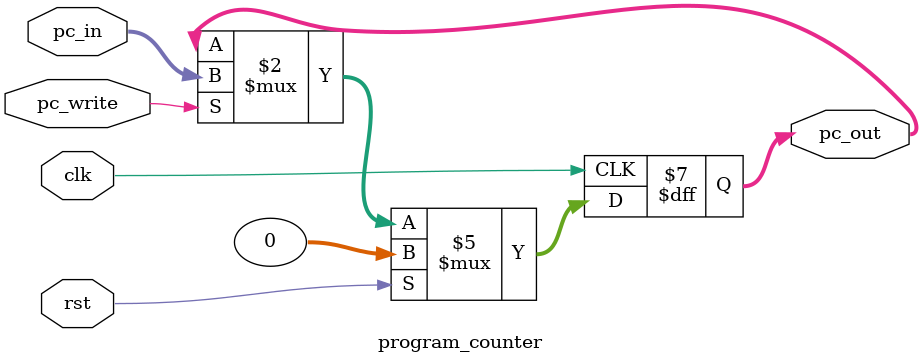
<source format=sv>
module program_counter(
    input clk,
    input rst,
    input [31:0] pc_in, 
    input pc_write, 
    output logic [31:0]pc_out
);


always @(posedge clk) begin
    if(rst)begin 
        pc_out<=32'b0;
    end
    else if (pc_write) begin 
        pc_out <= pc_in;
    end
end

endmodule
</source>
